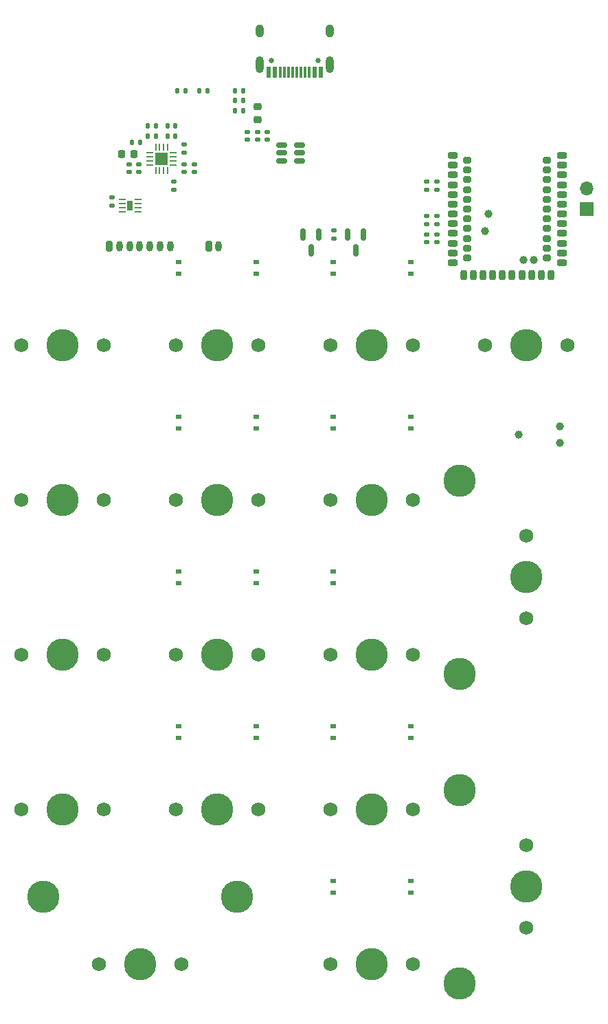
<source format=gbr>
%TF.GenerationSoftware,KiCad,Pcbnew,(6.0.5)*%
%TF.CreationDate,2022-06-15T23:23:07+02:00*%
%TF.ProjectId,whalepad,7768616c-6570-4616-942e-6b696361645f,rev?*%
%TF.SameCoordinates,Original*%
%TF.FileFunction,Soldermask,Top*%
%TF.FilePolarity,Negative*%
%FSLAX46Y46*%
G04 Gerber Fmt 4.6, Leading zero omitted, Abs format (unit mm)*
G04 Created by KiCad (PCBNEW (6.0.5)) date 2022-06-15 23:23:07*
%MOMM*%
%LPD*%
G01*
G04 APERTURE LIST*
G04 Aperture macros list*
%AMRoundRect*
0 Rectangle with rounded corners*
0 $1 Rounding radius*
0 $2 $3 $4 $5 $6 $7 $8 $9 X,Y pos of 4 corners*
0 Add a 4 corners polygon primitive as box body*
4,1,4,$2,$3,$4,$5,$6,$7,$8,$9,$2,$3,0*
0 Add four circle primitives for the rounded corners*
1,1,$1+$1,$2,$3*
1,1,$1+$1,$4,$5*
1,1,$1+$1,$6,$7*
1,1,$1+$1,$8,$9*
0 Add four rect primitives between the rounded corners*
20,1,$1+$1,$2,$3,$4,$5,0*
20,1,$1+$1,$4,$5,$6,$7,0*
20,1,$1+$1,$6,$7,$8,$9,0*
20,1,$1+$1,$8,$9,$2,$3,0*%
G04 Aperture macros list end*
%ADD10R,0.700000X0.600000*%
%ADD11RoundRect,0.135000X-0.185000X0.135000X-0.185000X-0.135000X0.185000X-0.135000X0.185000X0.135000X0*%
%ADD12RoundRect,0.140000X-0.140000X-0.170000X0.140000X-0.170000X0.140000X0.170000X-0.140000X0.170000X0*%
%ADD13RoundRect,0.062500X-0.325000X-0.062500X0.325000X-0.062500X0.325000X0.062500X-0.325000X0.062500X0*%
%ADD14R,0.700000X1.300000*%
%ADD15RoundRect,0.062500X-0.375000X-0.062500X0.375000X-0.062500X0.375000X0.062500X-0.375000X0.062500X0*%
%ADD16RoundRect,0.062500X-0.062500X-0.375000X0.062500X-0.375000X0.062500X0.375000X-0.062500X0.375000X0*%
%ADD17R,1.600000X1.600000*%
%ADD18C,3.987800*%
%ADD19C,1.750000*%
%ADD20RoundRect,0.150000X-0.150000X0.587500X-0.150000X-0.587500X0.150000X-0.587500X0.150000X0.587500X0*%
%ADD21RoundRect,0.140000X0.170000X-0.140000X0.170000X0.140000X-0.170000X0.140000X-0.170000X-0.140000X0*%
%ADD22RoundRect,0.135000X0.185000X-0.135000X0.185000X0.135000X-0.185000X0.135000X-0.185000X-0.135000X0*%
%ADD23RoundRect,0.135000X0.135000X0.185000X-0.135000X0.185000X-0.135000X-0.185000X0.135000X-0.185000X0*%
%ADD24C,0.650000*%
%ADD25R,0.600000X1.450000*%
%ADD26R,0.300000X1.450000*%
%ADD27O,1.000000X2.100000*%
%ADD28O,1.000000X1.600000*%
%ADD29RoundRect,0.150000X0.512500X0.150000X-0.512500X0.150000X-0.512500X-0.150000X0.512500X-0.150000X0*%
%ADD30RoundRect,0.140000X-0.170000X0.140000X-0.170000X-0.140000X0.170000X-0.140000X0.170000X0.140000X0*%
%ADD31RoundRect,0.218750X-0.218750X-0.256250X0.218750X-0.256250X0.218750X0.256250X-0.218750X0.256250X0*%
%ADD32RoundRect,0.218750X-0.256250X0.218750X-0.256250X-0.218750X0.256250X-0.218750X0.256250X0.218750X0*%
%ADD33RoundRect,0.147500X-0.147500X-0.172500X0.147500X-0.172500X0.147500X0.172500X-0.147500X0.172500X0*%
%ADD34RoundRect,0.200000X-0.400000X-0.200000X0.400000X-0.200000X0.400000X0.200000X-0.400000X0.200000X0*%
%ADD35RoundRect,0.200000X0.200000X-0.400000X0.200000X0.400000X-0.200000X0.400000X-0.200000X-0.400000X0*%
%ADD36RoundRect,0.200000X0.400000X0.200000X-0.400000X0.200000X-0.400000X-0.200000X0.400000X-0.200000X0*%
%ADD37RoundRect,0.200000X0.300000X0.200000X-0.300000X0.200000X-0.300000X-0.200000X0.300000X-0.200000X0*%
%ADD38C,1.000000*%
%ADD39RoundRect,0.140000X0.140000X0.170000X-0.140000X0.170000X-0.140000X-0.170000X0.140000X-0.170000X0*%
%ADD40RoundRect,0.147500X-0.172500X0.147500X-0.172500X-0.147500X0.172500X-0.147500X0.172500X0.147500X0*%
%ADD41C,0.990600*%
%ADD42R,1.700000X1.700000*%
%ADD43O,1.700000X1.700000*%
%ADD44RoundRect,0.200000X-0.200000X-0.450000X0.200000X-0.450000X0.200000X0.450000X-0.200000X0.450000X0*%
%ADD45O,0.800000X1.300000*%
G04 APERTURE END LIST*
D10*
%TO.C,D9*%
X14287500Y-27875000D03*
X14287500Y-29275000D03*
%TD*%
D11*
%TO.C,R9*%
X44867893Y15921000D03*
X44867893Y14901000D03*
%TD*%
D12*
%TO.C,C1*%
X12911011Y26963000D03*
X13871011Y26963000D03*
%TD*%
D13*
%TO.C,U3*%
X7322261Y17953000D03*
X7322261Y17453000D03*
X7322261Y16953000D03*
X7322261Y16453000D03*
X9247261Y16453000D03*
X9247261Y16953000D03*
X9247261Y17453000D03*
X9247261Y17953000D03*
D14*
X8284761Y17203000D03*
%TD*%
D11*
%TO.C,R10*%
X46067893Y15921000D03*
X46067893Y14901000D03*
%TD*%
%TO.C,R7*%
X13691011Y20173000D03*
X13691011Y19153000D03*
%TD*%
D10*
%TO.C,D7*%
X33337500Y-8825000D03*
X33337500Y-10225000D03*
%TD*%
D15*
%TO.C,U2*%
X10753511Y23713000D03*
X10753511Y23213000D03*
X10753511Y22713000D03*
X10753511Y22213000D03*
D16*
X11441011Y21525500D03*
X11941011Y21525500D03*
X12441011Y21525500D03*
X12941011Y21525500D03*
D15*
X13628511Y22213000D03*
X13628511Y22713000D03*
X13628511Y23213000D03*
X13628511Y23713000D03*
D16*
X12941011Y24400500D03*
X12441011Y24400500D03*
X11941011Y24400500D03*
X11441011Y24400500D03*
D17*
X12191011Y22963000D03*
%TD*%
D18*
%TO.C,SW1*%
X0Y0D03*
D19*
X-5080000Y0D03*
X5080000Y0D03*
%TD*%
D10*
%TO.C,D2*%
X23812500Y10225000D03*
X23812500Y8825000D03*
%TD*%
D20*
%TO.C,Q1*%
X31525000Y13588500D03*
X29625000Y13588500D03*
X30575000Y11713500D03*
%TD*%
D19*
%TO.C,SW5*%
X5080000Y-19050000D03*
X-5080000Y-19050000D03*
D18*
X0Y-19050000D03*
%TD*%
%TO.C,SW2*%
X19050000Y0D03*
D19*
X24130000Y0D03*
X13970000Y0D03*
%TD*%
D18*
%TO.C,SW7*%
X38100000Y-19050000D03*
D19*
X43180000Y-19050000D03*
X33020000Y-19050000D03*
%TD*%
D21*
%TO.C,C4*%
X22775000Y25271000D03*
X22775000Y26231000D03*
%TD*%
D22*
%TO.C,R13*%
X44867893Y19091000D03*
X44867893Y20111000D03*
%TD*%
D20*
%TO.C,Q2*%
X37025000Y13588500D03*
X35125000Y13588500D03*
X36075000Y11713500D03*
%TD*%
D10*
%TO.C,D12*%
X14287500Y-46925000D03*
X14287500Y-48325000D03*
%TD*%
D18*
%TO.C,S1*%
X48895000Y-16668750D03*
X48895000Y-40481250D03*
%TD*%
D23*
%TO.C,R8*%
X22235000Y31293000D03*
X21215000Y31293000D03*
%TD*%
D19*
%TO.C,SW12*%
X5080000Y-57150000D03*
X-5080000Y-57150000D03*
D18*
X0Y-57150000D03*
%TD*%
D19*
%TO.C,SW10*%
X13970000Y-38100000D03*
D18*
X19050000Y-38100000D03*
D19*
X24130000Y-38100000D03*
%TD*%
D18*
%TO.C,SW16*%
X9525000Y-76200000D03*
D19*
X14605000Y-76200000D03*
X4445000Y-76200000D03*
%TD*%
D22*
%TO.C,R12*%
X46067893Y19091000D03*
X46067893Y20111000D03*
%TD*%
D23*
%TO.C,R1*%
X17835000Y31290427D03*
X16815000Y31290427D03*
%TD*%
D24*
%TO.C,J1*%
X31465000Y35063000D03*
X25685000Y35063000D03*
D25*
X31825000Y33618000D03*
X31025000Y33618000D03*
D26*
X29825000Y33618000D03*
X28825000Y33618000D03*
X28325000Y33618000D03*
X27325000Y33618000D03*
D25*
X26125000Y33618000D03*
X25325000Y33618000D03*
X25325000Y33618000D03*
X26125000Y33618000D03*
D26*
X26825000Y33618000D03*
X27825000Y33618000D03*
X29325000Y33618000D03*
X30325000Y33618000D03*
D25*
X31025000Y33618000D03*
X31825000Y33618000D03*
D27*
X32895000Y34533000D03*
D28*
X32895000Y38713000D03*
D27*
X24255000Y34533000D03*
D28*
X24255000Y38713000D03*
%TD*%
D10*
%TO.C,D11*%
X33337500Y-27875000D03*
X33337500Y-29275000D03*
%TD*%
%TO.C,D5*%
X14287500Y-8825000D03*
X14287500Y-10225000D03*
%TD*%
%TO.C,D4*%
X42862500Y10225000D03*
X42862500Y8825000D03*
%TD*%
D23*
%TO.C,R2*%
X15135000Y31290427D03*
X14115000Y31290427D03*
%TD*%
D21*
%TO.C,C10*%
X46075000Y12671000D03*
X46075000Y13631000D03*
%TD*%
D29*
%TO.C,U1*%
X29212500Y22713000D03*
X29212500Y23663000D03*
X29212500Y24613000D03*
X26937500Y24613000D03*
X26937500Y23663000D03*
X26937500Y22713000D03*
%TD*%
D19*
%TO.C,SW9*%
X-5080000Y-38100000D03*
X5080000Y-38100000D03*
D18*
X0Y-38100000D03*
%TD*%
D22*
%TO.C,R5*%
X14991011Y23653000D03*
X14991011Y24673000D03*
%TD*%
D19*
%TO.C,SW3*%
X43180000Y0D03*
X33020000Y0D03*
D18*
X38100000Y0D03*
%TD*%
%TO.C,SW11*%
X38100000Y-38100000D03*
D19*
X33020000Y-38100000D03*
X43180000Y-38100000D03*
%TD*%
D18*
%TO.C,S2*%
X48895000Y-78581250D03*
X48895000Y-54768750D03*
%TD*%
D10*
%TO.C,D6*%
X23812500Y-8825000D03*
X23812500Y-10225000D03*
%TD*%
D19*
%TO.C,SW15*%
X57150000Y-61595000D03*
X57150000Y-71755000D03*
D18*
X57150000Y-66675000D03*
%TD*%
D30*
%TO.C,C11*%
X44875000Y13645000D03*
X44875000Y12685000D03*
%TD*%
D31*
%TO.C,F2*%
X7228511Y23563000D03*
X8803511Y23563000D03*
%TD*%
D30*
%TO.C,C8*%
X9391011Y22243000D03*
X9391011Y21283000D03*
%TD*%
D19*
%TO.C,SW13*%
X13970000Y-57150000D03*
X24130000Y-57150000D03*
D18*
X19050000Y-57150000D03*
%TD*%
D21*
%TO.C,C3*%
X25175000Y25271000D03*
X25175000Y26231000D03*
%TD*%
D10*
%TO.C,D1*%
X14287500Y10225000D03*
X14287500Y8825000D03*
%TD*%
D32*
%TO.C,F1*%
X23975000Y29344500D03*
X23975000Y27769500D03*
%TD*%
D10*
%TO.C,D15*%
X42862500Y-46925000D03*
X42862500Y-48325000D03*
%TD*%
D30*
%TO.C,C5*%
X16191011Y22243000D03*
X16191011Y21283000D03*
%TD*%
D19*
%TO.C,SW4*%
X62230000Y0D03*
D18*
X57150000Y0D03*
D19*
X52070000Y0D03*
%TD*%
%TO.C,SW6*%
X24130000Y-19050000D03*
D18*
X19050000Y-19050000D03*
D19*
X13970000Y-19050000D03*
%TD*%
D10*
%TO.C,D17*%
X42862500Y-65975000D03*
X42862500Y-67375000D03*
%TD*%
D30*
%TO.C,C7*%
X8191011Y22243000D03*
X8191011Y21283000D03*
%TD*%
D10*
%TO.C,D8*%
X42862500Y-8825000D03*
X42862500Y-10225000D03*
%TD*%
D30*
%TO.C,C6*%
X14991011Y22243000D03*
X14991011Y21283000D03*
%TD*%
D33*
%TO.C,L2*%
X21240000Y28893000D03*
X22210000Y28893000D03*
%TD*%
D10*
%TO.C,D14*%
X33337500Y-46925000D03*
X33337500Y-48325000D03*
%TD*%
D30*
%TO.C,C12*%
X6075000Y18163000D03*
X6075000Y17203000D03*
%TD*%
D10*
%TO.C,D16*%
X33337500Y-65975000D03*
X33337500Y-67375000D03*
%TD*%
D12*
%TO.C,C2*%
X12911011Y25763000D03*
X13871011Y25763000D03*
%TD*%
D10*
%TO.C,D10*%
X23812500Y-27875000D03*
X23812500Y-29275000D03*
%TD*%
D34*
%TO.C,U4*%
X48075000Y23351000D03*
X48075000Y22151000D03*
X48075000Y20951000D03*
X48075000Y19751000D03*
X48075000Y18551000D03*
X48075000Y17351000D03*
X48075000Y16151000D03*
X48075000Y14951000D03*
X48075000Y13751000D03*
X48075000Y12551000D03*
X48075000Y11351000D03*
X48075000Y10151000D03*
D35*
X49375000Y8651000D03*
X50575000Y8651000D03*
X51775000Y8651000D03*
X52975000Y8651000D03*
X54175000Y8651000D03*
X55375000Y8651000D03*
X56575000Y8651000D03*
X57775000Y8651000D03*
X58975000Y8651000D03*
X60175000Y8651000D03*
D36*
X61475000Y10151000D03*
X61475000Y11351000D03*
X61475000Y12551000D03*
X61475000Y13751000D03*
X61475000Y14951000D03*
X61475000Y16151000D03*
X61475000Y17351000D03*
X61475000Y18551000D03*
X61475000Y19751000D03*
X61475000Y20951000D03*
X61475000Y22151000D03*
X61475000Y23351000D03*
D37*
X49875000Y22751000D03*
X49875000Y21551000D03*
X49875000Y20351000D03*
X49875000Y19151000D03*
X49875000Y17951000D03*
X49875000Y16751000D03*
X49875000Y15551000D03*
X49875000Y14351000D03*
X49875000Y13151000D03*
X49875000Y11951000D03*
X49875000Y10751000D03*
X59675000Y10751000D03*
X59675000Y11951000D03*
X59675000Y13151000D03*
X59675000Y14351000D03*
X59675000Y15551000D03*
X59675000Y16751000D03*
X59675000Y17951000D03*
X59675000Y19151000D03*
X59675000Y20351000D03*
X59675000Y21551000D03*
X59675000Y22751000D03*
D38*
X52445000Y16121000D03*
X58005000Y10481000D03*
X52065000Y14041000D03*
X56775000Y10481000D03*
%TD*%
D39*
%TO.C,C9*%
X22205000Y30093000D03*
X21245000Y30093000D03*
%TD*%
D10*
%TO.C,D3*%
X33337500Y10225000D03*
X33337500Y8825000D03*
%TD*%
D40*
%TO.C,L1*%
X23975000Y26236000D03*
X23975000Y25266000D03*
%TD*%
D18*
%TO.C,SW14*%
X38100000Y-57150000D03*
D19*
X43180000Y-57150000D03*
X33020000Y-57150000D03*
%TD*%
D23*
%TO.C,R4*%
X11501011Y26963000D03*
X10481011Y26963000D03*
%TD*%
%TO.C,R6*%
X11501011Y25763000D03*
X10481011Y25763000D03*
%TD*%
D18*
%TO.C,SW17*%
X38100000Y-76200000D03*
D19*
X43180000Y-76200000D03*
X33020000Y-76200000D03*
%TD*%
D23*
%TO.C,R3*%
X9501011Y24963000D03*
X8481011Y24963000D03*
%TD*%
D18*
%TO.C,SW8*%
X57150000Y-28575000D03*
D19*
X57150000Y-33655000D03*
X57150000Y-23495000D03*
%TD*%
D18*
%TO.C,S3*%
X21431250Y-67945000D03*
X-2381250Y-67945000D03*
%TD*%
D22*
%TO.C,R11*%
X33375000Y13141000D03*
X33375000Y14161000D03*
%TD*%
D10*
%TO.C,D13*%
X23812500Y-46925000D03*
X23812500Y-48325000D03*
%TD*%
D41*
%TO.C,J4*%
X61227011Y-9984489D03*
X56147011Y-11000489D03*
X61227011Y-12016489D03*
%TD*%
D42*
%TO.C,J5*%
X64595000Y16768750D03*
D43*
X64595000Y19308750D03*
%TD*%
D44*
%TO.C,J3*%
X5725000Y12153000D03*
D45*
X6975000Y12153000D03*
X8225000Y12153000D03*
X9475000Y12153000D03*
X10725000Y12153000D03*
X11975000Y12153000D03*
X13225000Y12153000D03*
%TD*%
D44*
%TO.C,J2*%
X17975000Y12153000D03*
D45*
X19225000Y12153000D03*
%TD*%
M02*

</source>
